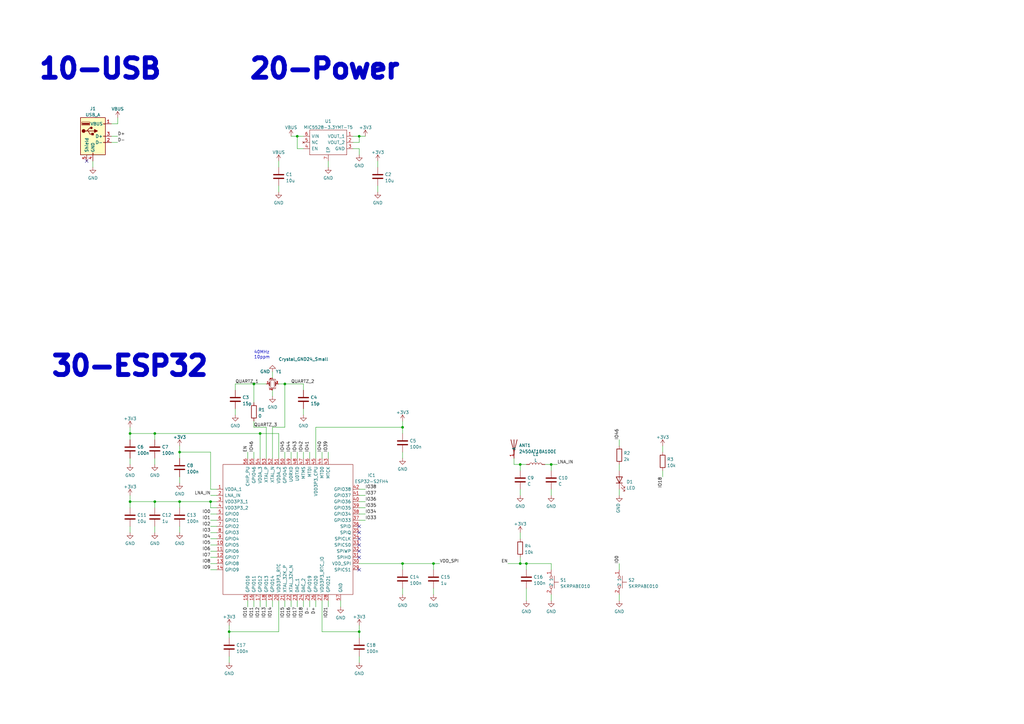
<source format=kicad_sch>
(kicad_sch (version 20211123) (generator eeschema)
  (paper "A3")
  (title_block (title "PMK_Dongle") (date "2023-01-19") (rev "HW00") (company "Puma Corp"))
  (lib_symbols
    (symbol "Component lib:2450AT18A100E" (pin_names (offset 0.762))
      (property "Reference" "ANT" (at 6.35 10.16 0))
      (property "Value" "2450AT18A100E" (at 6.35 7.62 0))
      (symbol "2450AT18A100E_0_1"
        (polyline (pts (xy 0 7.62) (xy 0 1.27)) (stroke (width 0.254)))
        (polyline (pts (xy 1.27 7.62) (xy 0 2.54) (xy -1.27 7.62)) (stroke (width 0.254)))
      )
      (symbol "2450AT18A100E_1_1"
        (pin input line (at 0 0 90) (length 2.54) (name "A") (number "1"))
      )
    )
    (symbol "Component lib:C" (pin_numbers hide) (pin_names (offset 0.254))
      (property "Reference" "C" (at 0.635 -1.27 0))
      (property "Value" "C" (at 0.635 -6.35 0))
      (symbol "C_0_1"
        (polyline (pts (xy -2.032 -4.572) (xy 2.032 -4.572)) (stroke (width 0.508)))
        (polyline (pts (xy -2.032 -3.048) (xy 2.032 -3.048)) (stroke (width 0.508)))
      )
      (symbol "C_1_1"
        (pin passive line (at 0 0 270) (length 2.794) (name "~") (number "1"))
        (pin passive line (at 0 -7.62 90) (length 2.794) (name "~") (number "2"))
      )
    )
    (symbol "Component lib:ESP32-S2FH4" (pin_names (offset 0.762))
      (property "Reference" "IC" (at 22.86 -12.7 0))
      (property "Value" "ESP32-S2FH4" (at 22.86 -15.24 0))
      (symbol "ESP32-S2FH4_0_0"
        (pin passive line (at 0 0 0) (length 2.54) (name "VDDA_1") (number "1"))
        (pin passive line (at 0 -22.86 0) (length 2.54) (name "GPIO5") (number "10"))
        (pin passive line (at 0 -25.4 0) (length 2.54) (name "GPIO6") (number "11"))
        (pin passive line (at 0 -27.94 0) (length 2.54) (name "GPIO7") (number "12"))
        (pin passive line (at 0 -30.48 0) (length 2.54) (name "GPIO8") (number "13"))
        (pin passive line (at 0 -33.02 0) (length 2.54) (name "GPIO9") (number "14"))
        (pin passive line (at 12.7 -45.72 90) (length 2.54) (name "GPIO10") (number "15"))
        (pin passive line (at 15.24 -45.72 90) (length 2.54) (name "GPIO11") (number "16"))
        (pin passive line (at 17.78 -45.72 90) (length 2.54) (name "GPIO12") (number "17"))
        (pin passive line (at 20.32 -45.72 90) (length 2.54) (name "GPIO13") (number "18"))
        (pin passive line (at 22.86 -45.72 90) (length 2.54) (name "GPIO14") (number "19"))
        (pin passive line (at 0 -2.54 0) (length 2.54) (name "LNA_IN") (number "2"))
        (pin passive line (at 25.4 -45.72 90) (length 2.54) (name "VDD3P3_RTC") (number "20"))
        (pin passive line (at 27.94 -45.72 90) (length 2.54) (name "XTAL_32K_P") (number "21"))
        (pin passive line (at 30.48 -45.72 90) (length 2.54) (name "XTAL_32K_N") (number "22"))
        (pin passive line (at 33.02 -45.72 90) (length 2.54) (name "DAC_1") (number "23"))
        (pin passive line (at 35.56 -45.72 90) (length 2.54) (name "DAC_2") (number "24"))
        (pin passive line (at 38.1 -45.72 90) (length 2.54) (name "GPIO19") (number "25"))
        (pin passive line (at 40.64 -45.72 90) (length 2.54) (name "GPIO20") (number "26"))
        (pin passive line (at 43.18 -45.72 90) (length 2.54) (name "VDD3P3_RTC_IO") (number "27"))
        (pin passive line (at 45.72 -45.72 90) (length 2.54) (name "GPIO21") (number "28"))
        (pin passive line (at 58.42 -33.02 180) (length 2.54) (name "SPICS1") (number "29"))
        (pin passive line (at 0 -5.08 0) (length 2.54) (name "VDD3P3_1") (number "3"))
        (pin passive line (at 58.42 -30.48 180) (length 2.54) (name "VDD_SPI") (number "30"))
        (pin passive line (at 58.42 -27.94 180) (length 2.54) (name "SPIHD") (number "31"))
        (pin passive line (at 58.42 -25.4 180) (length 2.54) (name "SPIWP") (number "32"))
        (pin passive line (at 58.42 -22.86 180) (length 2.54) (name "SPICS0") (number "33"))
        (pin passive line (at 58.42 -20.32 180) (length 2.54) (name "SPICLK") (number "34"))
        (pin passive line (at 58.42 -17.78 180) (length 2.54) (name "SPIQ") (number "35"))
        (pin passive line (at 58.42 -15.24 180) (length 2.54) (name "SPID") (number "36"))
        (pin passive line (at 58.42 -12.7 180) (length 2.54) (name "GPIO33") (number "37"))
        (pin passive line (at 58.42 -10.16 180) (length 2.54) (name "GPIO34") (number "38"))
        (pin passive line (at 58.42 -7.62 180) (length 2.54) (name "GPIO35") (number "39"))
        (pin passive line (at 0 -7.62 0) (length 2.54) (name "VDD3P3_2") (number "4"))
        (pin passive line (at 58.42 -5.08 180) (length 2.54) (name "GPIO36") (number "40"))
        (pin passive line (at 58.42 -2.54 180) (length 2.54) (name "GPIO37") (number "41"))
        (pin passive line (at 58.42 0 180) (length 2.54) (name "GPIO38") (number "42"))
        (pin passive line (at 45.72 12.7 270) (length 2.54) (name "MTCK") (number "43"))
        (pin passive line (at 43.18 12.7 270) (length 2.54) (name "MTD0") (number "44"))
        (pin passive line (at 40.64 12.7 270) (length 2.54) (name "VDD3P3_CPU") (number "45"))
        (pin passive line (at 38.1 12.7 270) (length 2.54) (name "MTDI") (number "46"))
        (pin passive line (at 35.56 12.7 270) (length 2.54) (name "MTMS") (number "47"))
        (pin passive line (at 33.02 12.7 270) (length 2.54) (name "U0TXD") (number "48"))
        (pin passive line (at 30.48 12.7 270) (length 2.54) (name "U0RXD") (number "49"))
        (pin passive line (at 0 -10.16 0) (length 2.54) (name "GPIO0") (number "5"))
        (pin passive line (at 27.94 12.7 270) (length 2.54) (name "GPIO45") (number "50"))
        (pin passive line (at 25.4 12.7 270) (length 2.54) (name "VDDA_2") (number "51"))
        (pin passive line (at 22.86 12.7 270) (length 2.54) (name "XTAL_N") (number "52"))
        (pin passive line (at 20.32 12.7 270) (length 2.54) (name "XTAL_P") (number "53"))
        (pin passive line (at 17.78 12.7 270) (length 2.54) (name "VDDA_3") (number "54"))
        (pin passive line (at 15.24 12.7 270) (length 2.54) (name "GPIO46") (number "55"))
        (pin passive line (at 12.7 12.7 270) (length 2.54) (name "CHIP_PU") (number "56"))
        (pin passive line (at 50.8 -45.72 90) (length 2.54) (name "GND") (number "57"))
        (pin passive line (at 0 -12.7 0) (length 2.54) (name "GPIO1") (number "6"))
        (pin passive line (at 0 -15.24 0) (length 2.54) (name "GPIO2") (number "7"))
        (pin passive line (at 0 -17.78 0) (length 2.54) (name "GPIO3") (number "8"))
        (pin passive line (at 0 -20.32 0) (length 2.54) (name "GPIO4") (number "9"))
      )
      (symbol "ESP32-S2FH4_0_1"
        (polyline (pts (xy 2.54 10.16) (xy 55.88 10.16) (xy 55.88 -43.18) (xy 2.54 -43.18) (xy 2.54 10.16)) (stroke (width 0.1524)))
      )
    )
    (symbol "Component lib:L" (pin_numbers hide) (pin_names (offset 1.016) hide)
      (property "Reference" "L" (at 3.81 -1.27 0))
      (property "Value" "L" (at 3.81 1.905 0))
      (symbol "L_0_1"
        (arc (start 2.54 0) (mid 1.905 0.635) (end 1.27 0))
        (arc (start 3.81 0) (mid 3.175 0.635) (end 2.54 0))
        (arc (start 5.08 0) (mid 4.445 0.635) (end 3.81 0))
        (arc (start 6.35 0) (mid 5.715 0.635) (end 5.08 0))
      )
      (symbol "L_1_1"
        (pin passive line (at 0 0 0) (length 1.27) (name "1") (number "1"))
        (pin passive line (at 7.62 0 180) (length 1.27) (name "2") (number "2"))
      )
    )
    (symbol "Component lib:LED" (pin_numbers hide) (pin_names (offset 1.016) hide)
      (property "Reference" "D" (at 3.81 2.54 0))
      (property "Value" "LED" (at 3.81 -2.54 0))
      (symbol "LED_0_1"
        (polyline (pts (xy 2.54 -1.27) (xy 2.54 1.27)) (stroke (width 0.254)))
        (polyline (pts (xy 2.54 0) (xy 5.08 0)))
        (polyline (pts (xy 5.08 -1.27) (xy 5.08 1.27) (xy 2.54 0) (xy 5.08 -1.27)) (stroke (width 0.254)))
        (polyline (pts (xy 0.762 -0.762) (xy -0.762 -2.286) (xy 0 -2.286) (xy -0.762 -2.286) (xy -0.762 -1.524)))
        (polyline (pts (xy 2.032 -0.762) (xy 0.508 -2.286) (xy 1.27 -2.286) (xy 0.508 -2.286) (xy 0.508 -1.524)))
      )
      (symbol "LED_1_1"
        (pin passive line (at 0 0 0) (length 2.54) (name "K") (number "1"))
        (pin passive line (at 7.62 0 180) (length 2.54) (name "A") (number "2"))
      )
    )
    (symbol "Component lib:MIC5528-3.3YMT-T5" (pin_names (offset 0.762))
      (property "Reference" "U" (at 2.54 5.08 0))
      (property "Value" "MIC5528-3.3YMT-T5" (at 12.7 5.08 0))
      (symbol "MIC5528-3.3YMT-T5_0_0"
        (pin passive line (at 20.32 0 180) (length 2.54) (name "VOUT_1") (number "1"))
        (pin passive line (at 20.32 -2.54 180) (length 2.54) (name "VOUT_2") (number "2"))
        (pin passive line (at 20.32 -5.08 180) (length 2.54) (name "GND") (number "3"))
        (pin passive line (at 0 -5.08 0) (length 2.54) (name "EN") (number "4"))
        (pin no_connect line (at 0 -2.54 0) (length 2.54) (name "NC") (number "5"))
        (pin passive line (at 0 0 0) (length 2.54) (name "VIN") (number "6"))
        (pin passive line (at 10.16 -10.16 90) (length 2.54) (name "EP") (number "7"))
      )
      (symbol "MIC5528-3.3YMT-T5_0_1"
        (rectangle (start 2.54 2.54) (end 17.78 -7.62) (stroke (width 0.1524)))
      )
    )
    (symbol "Component lib:R" (pin_numbers hide) (pin_names (offset 0))
      (property "Reference" "R" (at 2.032 -3.81 90))
      (property "Value" "R" (at 0 -3.81 90))
      (symbol "R_0_1"
        (rectangle (start -1.016 -6.35) (end 1.016 -1.27) (stroke (width 0.254)))
      )
      (symbol "R_1_1"
        (pin passive line (at 0 0 270) (length 1.27) (name "~") (number "1"))
        (pin passive line (at 0 -7.62 90) (length 1.27) (name "~") (number "2"))
      )
    )
    (symbol "Component lib:SKRPABE010" (pin_names (offset 0.762))
      (property "Reference" "S" (at 5.715 3.81 0))
      (property "Value" "SKRPABE010" (at 24.13 5.08 0))
      (symbol "SKRPABE010_0_1"
        (polyline (pts (xy 5.08 1.27) (xy 5.08 3.048)))
        (polyline (pts (xy 7.62 1.27) (xy 2.54 1.27)))
        (circle (center 3.048 0) (radius 0.508))
        (circle (center 7.112 0) (radius 0.508))
        (pin passive line (at 0 0 0) (length 2.54) (name "1") (number "1"))
        (pin passive line (at 10.16 0 180) (length 2.54) (name "2") (number "2"))
      )
    )
    (symbol "Connector:USB_A" (pin_names (offset 1.016))
      (property "Reference" "J" (at -5.08 11.43 0))
      (property "Value" "USB_A" (at -5.08 8.89 0))
      (symbol "USB_A_0_1"
        (rectangle (start -5.08 -7.62) (end 5.08 7.62) (stroke (width 0.254)) (fill (type background)))
        (circle (center -3.81 2.159) (radius 0.635) (stroke (width 0.254)) (fill (type outline)))
        (rectangle (start -1.524 4.826) (end -4.318 5.334) (fill (type outline)))
        (rectangle (start -1.27 4.572) (end -4.572 5.842))
        (circle (center -0.635 3.429) (radius 0.381) (stroke (width 0.254)) (fill (type outline)))
        (rectangle (start -0.127 -7.62) (end 0.127 -6.858))
        (polyline (pts (xy -3.175 2.159) (xy -2.54 2.159) (xy -1.27 3.429) (xy -0.635 3.429)) (stroke (width 0.254)))
        (polyline (pts (xy -2.54 2.159) (xy -1.905 2.159) (xy -1.27 0.889) (xy 0 0.889)) (stroke (width 0.254)))
        (polyline (pts (xy 0.635 2.794) (xy 0.635 1.524) (xy 1.905 2.159) (xy 0.635 2.794)) (stroke (width 0.254)) (fill (type outline)))
        (rectangle (start 0.254 1.27) (end -0.508 0.508) (stroke (width 0.254)) (fill (type outline)))
        (rectangle (start 5.08 -2.667) (end 4.318 -2.413))
        (rectangle (start 5.08 -0.127) (end 4.318 0.127))
        (rectangle (start 5.08 4.953) (end 4.318 5.207))
      )
      (symbol "USB_A_1_1"
        (polyline (pts (xy -1.905 2.159) (xy 0.635 2.159)) (stroke (width 0.254)))
        (pin power_in line (at 7.62 5.08 180) (length 2.54) (name "VBUS") (number "1"))
        (pin bidirectional line (at 7.62 -2.54 180) (length 2.54) (name "D-") (number "2"))
        (pin bidirectional line (at 7.62 0 180) (length 2.54) (name "D+") (number "3"))
        (pin power_in line (at 0 -10.16 90) (length 2.54) (name "GND") (number "4"))
        (pin passive line (at -2.54 -10.16 90) (length 2.54) (name "Shield") (number "5"))
      )
    )
    (symbol "Device:Crystal_GND24_Small" (pin_names (offset 1.016) hide)
      (property "Reference" "Y" (at 1.27 4.445 0))
      (property "Value" "Crystal_GND24_Small" (at 1.27 2.54 0))
      (symbol "Crystal_GND24_Small_0_1"
        (rectangle (start -0.762 -1.524) (end 0.762 1.524))
        (polyline (pts (xy -1.27 -0.762) (xy -1.27 0.762)) (stroke (width 0.381)))
        (polyline (pts (xy 1.27 -0.762) (xy 1.27 0.762)) (stroke (width 0.381)))
        (polyline (pts (xy -1.27 -1.27) (xy -1.27 -1.905) (xy 1.27 -1.905) (xy 1.27 -1.27)))
        (polyline (pts (xy -1.27 1.27) (xy -1.27 1.905) (xy 1.27 1.905) (xy 1.27 1.27)))
      )
      (symbol "Crystal_GND24_Small_1_1"
        (pin passive line (at -2.54 0 0) (length 1.27) (name "1") (number "1"))
        (pin passive line (at 0 -2.54 90) (length 0.635) (name "2") (number "2"))
        (pin passive line (at 2.54 0 180) (length 1.27) (name "3") (number "3"))
        (pin passive line (at 0 2.54 270) (length 0.635) (name "4") (number "4"))
      )
    )
    (symbol "power:+3V3" (power) (pin_names (offset 0))
      (property "Value" "+3V3" (at 0 3.556 0))
      (symbol "+3V3_0_1"
        (polyline (pts (xy -0.762 1.27) (xy 0 2.54)))
        (polyline (pts (xy 0 0) (xy 0 2.54)))
        (polyline (pts (xy 0 2.54) (xy 0.762 1.27)))
      )
      (symbol "+3V3_1_1"
        (pin power_in line (at 0 0 90) (length 0) hide (name "+3V3") (number "1"))
      )
    )
    (symbol "power:GND" (power) (pin_names (offset 0))
      (property "Value" "GND" (at 0 -3.81 0))
      (symbol "GND_0_1"
        (polyline (pts (xy 0 0) (xy 0 -1.27) (xy 1.27 -1.27) (xy 0 -2.54) (xy -1.27 -1.27) (xy 0 -1.27)))
      )
      (symbol "GND_1_1"
        (pin power_in line (at 0 0 270) (length 0) hide (name "GND") (number "1"))
      )
    )
    (symbol "power:VBUS" (power) (pin_names (offset 0))
      (property "Value" "VBUS" (at 0 3.81 0))
      (symbol "VBUS_0_1"
        (polyline (pts (xy -0.762 1.27) (xy 0 2.54)))
        (polyline (pts (xy 0 0) (xy 0 2.54)))
        (polyline (pts (xy 0 2.54) (xy 0.762 1.27)))
      )
      (symbol "VBUS_1_1"
        (pin power_in line (at 0 0 90) (length 0) hide (name "VBUS") (number "1"))
      )
    )
  )
  (junction (at 147.32 259.08))
  (junction (at 73.66 205.74))
  (junction (at 213.36 231.14))
  (junction (at 226.06 190.5))
  (junction (at 165.1 231.14))
  (junction (at 86.36 205.74))
  (junction (at 104.14 157.48))
  (junction (at 53.34 205.74))
  (junction (at 53.34 177.8))
  (junction (at 121.92 55.88))
  (junction (at 177.8 231.14))
  (junction (at 93.98 259.08))
  (junction (at 63.5 177.8))
  (junction (at 165.1 175.26))
  (junction (at 147.32 55.88))
  (junction (at 215.9 231.14))
  (junction (at 116.84 157.48))
  (junction (at 213.36 190.5))
  (junction (at 73.66 185.42))
  (junction (at 63.5 205.74))
  (junction (at 106.68 177.8))
  (no_connect (at 147.32 233.68))
  (no_connect (at 147.32 215.9))
  (no_connect (at 147.32 218.44))
  (no_connect (at 147.32 220.98))
  (no_connect (at 147.32 223.52))
  (no_connect (at 147.32 228.6))
  (no_connect (at 147.32 226.06))
  (no_connect (at 35.56 66.04))
  (wire (pts (xy 147.32 55.88) (xy 147.32 58.42)))
  (wire (pts (xy 111.76 246.38) (xy 111.76 248.92)))
  (wire (pts (xy 226.06 190.5) (xy 228.6 190.5)))
  (wire (pts (xy 226.06 231.14) (xy 226.06 233.68)))
  (wire (pts (xy 127 246.38) (xy 127 248.92)))
  (wire (pts (xy 116.84 157.48) (xy 124.46 157.48)))
  (wire (pts (xy 86.36 223.52) (xy 88.9 223.52)))
  (wire (pts (xy 213.36 200.66) (xy 213.36 203.2)))
  (wire (pts (xy 63.5 215.9) (xy 63.5 218.44)))
  (wire (pts (xy 86.36 203.2) (xy 88.9 203.2)))
  (wire (pts (xy 53.34 208.28) (xy 53.34 205.74)))
  (wire (pts (xy 215.9 231.14) (xy 215.9 233.68)))
  (wire (pts (xy 154.94 66.04) (xy 154.94 68.58)))
  (wire (pts (xy 254 190.5) (xy 254 193.04)))
  (wire (pts (xy 132.08 246.38) (xy 132.08 259.08)))
  (wire (pts (xy 124.46 246.38) (xy 124.46 248.92)))
  (wire (pts (xy 93.98 269.24) (xy 93.98 271.78)))
  (wire (pts (xy 208.28 231.14) (xy 213.36 231.14)))
  (wire (pts (xy 114.3 66.04) (xy 114.3 68.58)))
  (wire (pts (xy 147.32 256.54) (xy 147.32 259.08)))
  (wire (pts (xy 114.3 177.8) (xy 106.68 177.8)))
  (wire (pts (xy 104.14 157.48) (xy 109.22 157.48)))
  (wire (pts (xy 53.34 205.74) (xy 63.5 205.74)))
  (wire (pts (xy 177.8 231.14) (xy 180.34 231.14)))
  (wire (pts (xy 147.32 210.82) (xy 149.86 210.82)))
  (wire (pts (xy 210.82 190.5) (xy 213.36 190.5)))
  (wire (pts (xy 119.38 55.88) (xy 121.92 55.88)))
  (wire (pts (xy 86.36 200.66) (xy 88.9 200.66)))
  (wire (pts (xy 165.1 185.42) (xy 165.1 187.96)))
  (wire (pts (xy 111.76 160.02) (xy 111.76 162.56)))
  (wire (pts (xy 109.22 246.38) (xy 109.22 248.92)))
  (wire (pts (xy 165.1 172.72) (xy 165.1 175.26)))
  (wire (pts (xy 48.26 48.26) (xy 48.26 50.8)))
  (wire (pts (xy 271.78 182.88) (xy 271.78 185.42)))
  (wire (pts (xy 104.14 157.48) (xy 104.14 165.1)))
  (wire (pts (xy 53.34 177.8) (xy 63.5 177.8)))
  (wire (pts (xy 165.1 241.3) (xy 165.1 243.84)))
  (wire (pts (xy 213.36 193.04) (xy 213.36 190.5)))
  (wire (pts (xy 86.36 233.68) (xy 88.9 233.68)))
  (wire (pts (xy 63.5 187.96) (xy 63.5 190.5)))
  (wire (pts (xy 53.34 175.26) (xy 53.34 177.8)))
  (wire (pts (xy 63.5 177.8) (xy 63.5 180.34)))
  (wire (pts (xy 93.98 256.54) (xy 93.98 259.08)))
  (wire (pts (xy 101.6 246.38) (xy 101.6 248.92)))
  (wire (pts (xy 86.36 185.42) (xy 86.36 200.66)))
  (wire (pts (xy 124.46 157.48) (xy 124.46 160.02)))
  (wire (pts (xy 134.62 66.04) (xy 134.62 68.58)))
  (wire (pts (xy 254 231.14) (xy 254 233.68)))
  (wire (pts (xy 132.08 259.08) (xy 147.32 259.08)))
  (wire (pts (xy 104.14 172.72) (xy 104.14 175.26)))
  (wire (pts (xy 114.3 157.48) (xy 116.84 157.48)))
  (wire (pts (xy 147.32 203.2) (xy 149.86 203.2)))
  (wire (pts (xy 165.1 231.14) (xy 165.1 233.68)))
  (wire (pts (xy 86.36 220.98) (xy 88.9 220.98)))
  (wire (pts (xy 86.36 215.9) (xy 88.9 215.9)))
  (wire (pts (xy 147.32 205.74) (xy 149.86 205.74)))
  (wire (pts (xy 119.38 185.42) (xy 119.38 187.96)))
  (wire (pts (xy 226.06 200.66) (xy 226.06 203.2)))
  (wire (pts (xy 139.7 246.38) (xy 139.7 248.92)))
  (wire (pts (xy 104.14 246.38) (xy 104.14 248.92)))
  (wire (pts (xy 53.34 187.96) (xy 53.34 190.5)))
  (wire (pts (xy 134.62 185.42) (xy 134.62 187.96)))
  (wire (pts (xy 73.66 215.9) (xy 73.66 218.44)))
  (wire (pts (xy 86.36 218.44) (xy 88.9 218.44)))
  (wire (pts (xy 53.34 180.34) (xy 53.34 177.8)))
  (wire (pts (xy 114.3 187.96) (xy 114.3 177.8)))
  (wire (pts (xy 106.68 177.8) (xy 106.68 187.96)))
  (wire (pts (xy 213.36 218.44) (xy 213.36 220.98)))
  (wire (pts (xy 86.36 231.14) (xy 88.9 231.14)))
  (wire (pts (xy 254 180.34) (xy 254 182.88)))
  (wire (pts (xy 121.92 55.88) (xy 124.46 55.88)))
  (wire (pts (xy 213.36 190.5) (xy 215.9 190.5)))
  (wire (pts (xy 48.26 50.8) (xy 45.72 50.8)))
  (wire (pts (xy 73.66 195.58) (xy 73.66 198.12)))
  (wire (pts (xy 177.8 231.14) (xy 177.8 233.68)))
  (wire (pts (xy 144.78 55.88) (xy 147.32 55.88)))
  (wire (pts (xy 104.14 175.26) (xy 109.22 175.26)))
  (wire (pts (xy 86.36 210.82) (xy 88.9 210.82)))
  (wire (pts (xy 93.98 259.08) (xy 93.98 261.62)))
  (wire (pts (xy 215.9 231.14) (xy 226.06 231.14)))
  (wire (pts (xy 129.54 175.26) (xy 129.54 187.96)))
  (wire (pts (xy 73.66 182.88) (xy 73.66 185.42)))
  (wire (pts (xy 147.32 231.14) (xy 165.1 231.14)))
  (wire (pts (xy 116.84 185.42) (xy 116.84 187.96)))
  (wire (pts (xy 124.46 185.42) (xy 124.46 187.96)))
  (wire (pts (xy 73.66 208.28) (xy 73.66 205.74)))
  (wire (pts (xy 73.66 187.96) (xy 73.66 185.42)))
  (wire (pts (xy 86.36 228.6) (xy 88.9 228.6)))
  (wire (pts (xy 213.36 228.6) (xy 213.36 231.14)))
  (wire (pts (xy 154.94 76.2) (xy 154.94 78.74)))
  (wire (pts (xy 116.84 246.38) (xy 116.84 248.92)))
  (wire (pts (xy 254 243.84) (xy 254 246.38)))
  (wire (pts (xy 111.76 175.26) (xy 111.76 187.96)))
  (wire (pts (xy 121.92 185.42) (xy 121.92 187.96)))
  (wire (pts (xy 165.1 231.14) (xy 177.8 231.14)))
  (wire (pts (xy 215.9 231.14) (xy 213.36 231.14)))
  (wire (pts (xy 88.9 208.28) (xy 86.36 208.28)))
  (wire (pts (xy 104.14 185.42) (xy 104.14 187.96)))
  (wire (pts (xy 106.68 246.38) (xy 106.68 248.92)))
  (wire (pts (xy 73.66 185.42) (xy 86.36 185.42)))
  (wire (pts (xy 147.32 200.66) (xy 149.86 200.66)))
  (wire (pts (xy 63.5 205.74) (xy 73.66 205.74)))
  (wire (pts (xy 147.32 259.08) (xy 147.32 261.62)))
  (wire (pts (xy 116.84 175.26) (xy 111.76 175.26)))
  (wire (pts (xy 254 200.66) (xy 254 203.2)))
  (wire (pts (xy 111.76 152.4) (xy 111.76 154.94)))
  (wire (pts (xy 53.34 215.9) (xy 53.34 218.44)))
  (wire (pts (xy 121.92 60.96) (xy 121.92 55.88)))
  (wire (pts (xy 124.46 60.96) (xy 121.92 60.96)))
  (wire (pts (xy 45.72 58.42) (xy 48.26 58.42)))
  (wire (pts (xy 223.52 190.5) (xy 226.06 190.5)))
  (wire (pts (xy 124.46 167.64) (xy 124.46 170.18)))
  (wire (pts (xy 109.22 175.26) (xy 109.22 187.96)))
  (wire (pts (xy 132.08 185.42) (xy 132.08 187.96)))
  (wire (pts (xy 210.82 187.96) (xy 210.82 190.5)))
  (wire (pts (xy 86.36 226.06) (xy 88.9 226.06)))
  (wire (pts (xy 144.78 60.96) (xy 147.32 60.96)))
  (wire (pts (xy 147.32 269.24) (xy 147.32 271.78)))
  (wire (pts (xy 129.54 175.26) (xy 165.1 175.26)))
  (wire (pts (xy 96.52 157.48) (xy 104.14 157.48)))
  (wire (pts (xy 38.1 66.04) (xy 38.1 68.58)))
  (wire (pts (xy 86.36 213.36) (xy 88.9 213.36)))
  (wire (pts (xy 147.32 58.42) (xy 144.78 58.42)))
  (wire (pts (xy 45.72 55.88) (xy 48.26 55.88)))
  (wire (pts (xy 63.5 208.28) (xy 63.5 205.74)))
  (wire (pts (xy 177.8 241.3) (xy 177.8 243.84)))
  (wire (pts (xy 271.78 193.04) (xy 271.78 195.58)))
  (wire (pts (xy 114.3 259.08) (xy 114.3 246.38)))
  (wire (pts (xy 63.5 177.8) (xy 106.68 177.8)))
  (wire (pts (xy 96.52 167.64) (xy 96.52 170.18)))
  (wire (pts (xy 226.06 190.5) (xy 226.06 193.04)))
  (wire (pts (xy 121.92 246.38) (xy 121.92 248.92)))
  (wire (pts (xy 114.3 76.2) (xy 114.3 78.74)))
  (wire (pts (xy 215.9 241.3) (xy 215.9 246.38)))
  (wire (pts (xy 53.34 203.2) (xy 53.34 205.74)))
  (wire (pts (xy 96.52 160.02) (xy 96.52 157.48)))
  (wire (pts (xy 127 185.42) (xy 127 187.96)))
  (wire (pts (xy 149.86 213.36) (xy 147.32 213.36)))
  (wire (pts (xy 129.54 246.38) (xy 129.54 248.92)))
  (wire (pts (xy 86.36 205.74) (xy 88.9 205.74)))
  (wire (pts (xy 116.84 157.48) (xy 116.84 175.26)))
  (wire (pts (xy 86.36 208.28) (xy 86.36 205.74)))
  (wire (pts (xy 93.98 259.08) (xy 114.3 259.08)))
  (wire (pts (xy 147.32 208.28) (xy 149.86 208.28)))
  (wire (pts (xy 134.62 246.38) (xy 134.62 248.92)))
  (wire (pts (xy 101.6 185.42) (xy 101.6 187.96)))
  (wire (pts (xy 165.1 175.26) (xy 165.1 177.8)))
  (wire (pts (xy 147.32 60.96) (xy 147.32 63.5)))
  (wire (pts (xy 147.32 55.88) (xy 149.86 55.88)))
  (wire (pts (xy 226.06 243.84) (xy 226.06 246.38)))
  (wire (pts (xy 73.66 205.74) (xy 86.36 205.74)))
  (wire (pts (xy 119.38 246.38) (xy 119.38 248.92)))
  (text "10-USB" (at 15.24 33.02 0) (effects (font (size 8 8) (thickness 3) bold) (justify left bottom)))
  (text "30-ESP32" (at 20.32 154.94 0) (effects (font (size 8 8) (thickness 3) bold) (justify left bottom)))
  (text "40MHz \n10ppm" (at 104.14 147.32 0) (effects (font (size 1.27 1.27)) (justify left bottom)))
  (text "20-Power\n" (at 101.6 33.02 0) (effects (font (size 8 8) (thickness 3) bold) (justify left bottom)))
  (label "LNA_IN" (at 86.36 203.2 180))
  (label "IO14" (at 111.76 248.92 270))
  (label "IO39" (at 134.62 185.42 90))
  (label "D+" (at 48.26 55.88 0))
  (label "IO41" (at 127 185.42 90))
  (label "IO9" (at 86.36 233.68 180))
  (label "IO0" (at 86.36 210.82 180))
  (label "IO34" (at 149.86 210.82 0))
  (label "IO35" (at 149.86 208.28 0))
  (label "QUARTZ_3" (at 104.14 175.26 0))
  (label "IO42" (at 124.46 185.42 90))
  (label "IO16" (at 119.38 248.92 270))
  (label "QUARTZ_1" (at 96.52 157.48 0))
  (label "IO36" (at 149.86 205.74 0))
  (label "D-" (at 48.26 58.42 0))
  (label "IO44" (at 119.38 185.42 90))
  (label "IO33" (at 149.86 213.36 0))
  (label "IO0" (at 254 231.14 90))
  (label "IO5" (at 86.36 223.52 180))
  (label "IO45" (at 116.84 185.42 90))
  (label "IO46" (at 104.14 185.42 90))
  (label "VDD_SPI" (at 180.34 231.14 0))
  (label "IO43" (at 121.92 185.42 90))
  (label "IO8" (at 86.36 231.14 180))
  (label "IO4" (at 86.36 220.98 180))
  (label "IO37" (at 149.86 203.2 0))
  (label "IO12" (at 106.68 248.92 270))
  (label "D+" (at 129.54 248.92 270))
  (label "IO40" (at 132.08 185.42 90))
  (label "IO6" (at 86.36 226.06 180))
  (label "IO10" (at 101.6 248.92 270))
  (label "IO2" (at 86.36 215.9 180))
  (label "IO17" (at 121.92 248.92 270))
  (label "IO11" (at 104.14 248.92 270))
  (label "IO3" (at 86.36 218.44 180))
  (label "D-" (at 127 248.92 270))
  (label "LNA_IN" (at 228.6 190.5 0))
  (label "IO38" (at 149.86 200.66 0))
  (label "IO18" (at 271.78 195.58 270))
  (label "QUARTZ_2" (at 119.38 157.48 0))
  (label "EN" (at 208.28 231.14 180))
  (label "IO1" (at 86.36 213.36 180))
  (label "IO13" (at 109.22 248.92 270))
  (label "IO7" (at 86.36 228.6 180))
  (label "EN" (at 101.6 185.42 90))
  (label "IO46" (at 254 180.34 90))
  (label "IO21" (at 134.62 248.92 270))
  (label "IO18" (at 124.46 248.92 270))
  (label "IO15" (at 116.84 248.92 270))
  (symbol (lib_id "power:GND") (at 226.06 246.38 0) (unit 1)
    (property "Reference" "#PWR0103" (effects hide))
    (property "Value" "GND" (at 226.06 250.8234 0))
  )
  (symbol (lib_id "Component lib:C") (at 73.66 208.28 0) (unit 1)
    (property "Reference" "C13" (at 76.581 211.2553 0) (effects (justify left)))
    (property "Value" "100n" (at 76.581 213.7922 0) (effects (justify left)))
    (property "Footprint" "Capacitor_SMD:C_0402_1005Metric" (effects hide))
  )
  (symbol (lib_id "power:GND") (at 111.76 152.4 180) (unit 1)
    (property "Reference" "#PWR0120" (effects hide))
    (property "Value" "GND" (at 106.68 152.4 0) (effects (justify right)))
  )
  (symbol (lib_id "power:VBUS") (at 48.26 48.26 0) (unit 1)
    (property "Reference" "#PWR0137" (effects hide))
    (property "Value" "VBUS" (at 48.26 44.6842 0))
  )
  (symbol (lib_id "power:+3V3") (at 149.86 55.88 0) (unit 1)
    (property "Reference" "#PWR0135" (effects hide))
    (property "Value" "+3V3" (at 149.86 52.3042 0))
  )
  (symbol (lib_id "Component lib:C") (at 165.1 177.8 0) (unit 1)
    (property "Reference" "C5" (at 168.021 180.7753 0) (effects (justify left)))
    (property "Value" "100n" (at 168.021 183.3122 0) (effects (justify left)))
    (property "Footprint" "Capacitor_SMD:C_0402_1005Metric" (effects hide))
  )
  (symbol (lib_id "power:GND") (at 111.76 162.56 0) (unit 1)
    (property "Reference" "#PWR0127" (effects hide))
    (property "Value" "GND" (at 111.76 167.0034 0))
  )
  (symbol (lib_id "Component lib:C") (at 165.1 233.68 0) (unit 1)
    (property "Reference" "C14" (at 168.021 236.6553 0) (effects (justify left)))
    (property "Value" "100n" (at 168.021 239.1922 0) (effects (justify left)))
    (property "Footprint" "Capacitor_SMD:C_0402_1005Metric" (effects hide))
  )
  (symbol (lib_id "Component lib:SKRPABE010") (at 254 233.68 270) (unit 1)
    (property "Reference" "S2" (at 257.683 237.9253 90) (effects (justify left)))
    (property "Value" "SKRPABE010" (at 257.683 240.4622 90) (effects (justify left)))
    (property "Footprint" "Component_lib:SKRPABE010" (effects hide))
    (property "Datasheet" "https://datasheet.lcsc.com/szlcsc/ALPS-Electric-SKRPABE010_C115360.pdf" (effects hide))
    (property "Description" "Switch Tactile N.O. SPST Button J-Bend 0.05A 16VDC 1.57N SMD Automotive T/R" (effects hide))
    (property "Height" "2.5" (effects hide))
    (property "Mouser Part Number" "688-SKRPAB" (effects hide))
    (property "Mouser Price/Stock" "https://www.mouser.co.uk/ProductDetail/Alps-Alpine/SKRPABE010?qs=m0BA540hBPe1GpcSf%2FZ5Yw%3D%3D" (effects hide))
    (property "Manufacturer_Name" "ALPS Electric" (effects hide))
    (property "Manufacturer_Part_Number" "SKRPABE010" (effects hide))
  )
  (symbol (lib_id "power:VBUS") (at 119.38 55.88 0) (unit 1)
    (property "Reference" "#PWR0134" (effects hide))
    (property "Value" "VBUS" (at 119.38 52.3042 0))
  )
  (symbol (lib_id "power:GND") (at 165.1 187.96 0) (unit 1)
    (property "Reference" "#PWR0112" (effects hide))
    (property "Value" "GND" (at 165.1 192.4034 0))
  )
  (symbol (lib_id "power:GND") (at 139.7 248.92 0) (unit 1)
    (property "Reference" "#PWR0111" (effects hide))
    (property "Value" "GND" (at 139.7 253.3634 0))
  )
  (symbol (lib_id "power:+3V3") (at 271.78 182.88 0) (unit 1)
    (property "Reference" "#PWR0106" (effects hide))
    (property "Value" "+3V3" (at 271.78 179.3042 0))
  )
  (symbol (lib_id "Component lib:C") (at 226.06 193.04 0) (unit 1)
    (property "Reference" "C10" (at 228.981 196.0153 0) (effects (justify left)))
    (property "Value" "C" (at 228.981 198.5522 0) (effects (justify left)))
    (property "Footprint" "Capacitor_SMD:C_0201_0603Metric" (effects hide))
  )
  (symbol (lib_id "Component lib:C") (at 213.36 193.04 0) (unit 1)
    (property "Reference" "C9" (at 216.281 196.0153 0) (effects (justify left)))
    (property "Value" "C" (at 216.281 198.5522 0) (effects (justify left)))
    (property "Footprint" "Capacitor_SMD:C_0201_0603Metric" (effects hide))
  )
  (symbol (lib_id "power:GND") (at 53.34 190.5 0) (unit 1)
    (property "Reference" "#PWR0119" (effects hide))
    (property "Value" "GND" (at 53.34 194.9434 0))
  )
  (symbol (lib_id "Component lib:L") (at 215.9 190.5 0) (unit 1)
    (property "Reference" "L1" (at 219.71 186.2922 0))
    (property "Value" "L" (at 219.71 188.8291 0))
    (property "Footprint" "Inductor_SMD:L_0201_0603Metric" (effects hide))
  )
  (symbol (lib_id "power:+3V3") (at 53.34 203.2 0) (unit 1)
    (property "Reference" "#PWR0129" (effects hide))
    (property "Value" "+3V3" (at 53.34 199.6242 0))
  )
  (symbol (lib_id "power:GND") (at 63.5 190.5 0) (unit 1)
    (property "Reference" "#PWR0118" (effects hide))
    (property "Value" "GND" (at 63.5 194.9434 0))
  )
  (symbol (lib_id "Component lib:R") (at 213.36 220.98 0) (unit 1)
    (property "Reference" "R4" (at 215.138 223.9553 0) (effects (justify left)))
    (property "Value" "10k" (at 215.138 226.4922 0) (effects (justify left)))
    (property "Footprint" "Resistor_SMD:R_0402_1005Metric" (effects hide))
  )
  (symbol (lib_id "power:GND") (at 177.8 243.84 0) (unit 1)
    (property "Reference" "#PWR0113" (effects hide))
    (property "Value" "GND" (at 177.8 248.2834 0))
  )
  (symbol (lib_id "power:GND") (at 226.06 203.2 0) (unit 1)
    (property "Reference" "#PWR0101" (effects hide))
    (property "Value" "GND" (at 226.06 207.6434 0))
  )
  (symbol (lib_id "Component lib:C") (at 53.34 180.34 0) (unit 1)
    (property "Reference" "C6" (at 56.261 183.3153 0) (effects (justify left)))
    (property "Value" "100n" (at 56.261 185.8522 0) (effects (justify left)))
    (property "Footprint" "Capacitor_SMD:C_0402_1005Metric" (effects hide))
  )
  (symbol (lib_id "Component lib:R") (at 271.78 185.42 0) (unit 1)
    (property "Reference" "R3" (at 273.558 188.3953 0) (effects (justify left)))
    (property "Value" "10k" (at 273.558 190.9322 0) (effects (justify left)))
    (property "Footprint" "Resistor_SMD:R_0201_0603Metric" (effects hide))
  )
  (symbol (lib_id "Component lib:SKRPABE010") (at 226.06 233.68 270) (unit 1)
    (property "Reference" "S1" (at 229.743 237.9253 90) (effects (justify left)))
    (property "Value" "SKRPABE010" (at 229.743 240.4622 90) (effects (justify left)))
    (property "Footprint" "Component_lib:SKRPABE010" (effects hide))
    (property "Datasheet" "https://datasheet.lcsc.com/szlcsc/ALPS-Electric-SKRPABE010_C115360.pdf" (effects hide))
    (property "Description" "Switch Tactile N.O. SPST Button J-Bend 0.05A 16VDC 1.57N SMD Automotive T/R" (effects hide))
    (property "Height" "2.5" (effects hide))
    (property "Mouser Part Number" "688-SKRPAB" (effects hide))
    (property "Mouser Price/Stock" "https://www.mouser.co.uk/ProductDetail/Alps-Alpine/SKRPABE010?qs=m0BA540hBPe1GpcSf%2FZ5Yw%3D%3D" (effects hide))
    (property "Manufacturer_Name" "ALPS Electric" (effects hide))
    (property "Manufacturer_Part_Number" "SKRPABE010" (effects hide))
  )
  (symbol (lib_id "power:GND") (at 96.52 170.18 0) (unit 1)
    (property "Reference" "#PWR0126" (effects hide))
    (property "Value" "GND" (at 96.52 174.6234 0))
  )
  (symbol (lib_id "Component lib:C") (at 73.66 187.96 0) (unit 1)
    (property "Reference" "C8" (at 76.581 190.9353 0) (effects (justify left)))
    (property "Value" "100n" (at 76.581 193.4722 0) (effects (justify left)))
    (property "Footprint" "Capacitor_SMD:C_0402_1005Metric" (effects hide))
  )
  (symbol (lib_id "power:GND") (at 147.32 63.5 0) (unit 1)
    (property "Reference" "#PWR0139" (effects hide))
    (property "Value" "GND" (at 147.32 67.9434 0))
  )
  (symbol (lib_id "Component lib:C") (at 147.32 261.62 0) (unit 1)
    (property "Reference" "C18" (at 150.241 264.5953 0) (effects (justify left)))
    (property "Value" "100n" (at 150.241 267.1322 0) (effects (justify left)))
    (property "Footprint" "Capacitor_SMD:C_0402_1005Metric" (effects hide))
  )
  (symbol (lib_id "power:GND") (at 73.66 218.44 0) (unit 1)
    (property "Reference" "#PWR0131" (effects hide))
    (property "Value" "GND" (at 73.66 222.8834 0))
  )
  (symbol (lib_id "power:GND") (at 53.34 218.44 0) (unit 1)
    (property "Reference" "#PWR0133" (effects hide))
    (property "Value" "GND" (at 53.34 222.8834 0))
  )
  (symbol (lib_id "power:GND") (at 215.9 246.38 0) (unit 1)
    (property "Reference" "#PWR0102" (effects hide))
    (property "Value" "GND" (at 215.9 250.8234 0))
  )
  (symbol (lib_id "power:+3V3") (at 213.36 218.44 0) (unit 1)
    (property "Reference" "#PWR0115" (effects hide))
    (property "Value" "+3V3" (at 213.36 214.8642 0))
  )
  (symbol (lib_id "power:GND") (at 63.5 218.44 0) (unit 1)
    (property "Reference" "#PWR0132" (effects hide))
    (property "Value" "GND" (at 63.5 222.8834 0))
  )
  (symbol (lib_id "power:+3V3") (at 53.34 175.26 0) (unit 1)
    (property "Reference" "#PWR0121" (effects hide))
    (property "Value" "+3V3" (at 53.34 171.6842 0))
  )
  (symbol (lib_id "Component lib:MIC5528-3.3YMT-T5") (at 124.46 55.88 0) (unit 1)
    (property "Reference" "U1" (at 134.62 49.691 0))
    (property "Value" "MIC5528-3.3YMT-T5" (at 134.62 52.2279 0))
    (property "Footprint" "Component_lib:SON40P120X120X60-7N-D" (effects hide))
    (property "Datasheet" "https://www.mouser.ch/datasheet/2/268/MIC5528_High_Performance_500mA_LDO_in_Thin_and_Ext-1891284.pdf" (effects hide))
    (property "Description" "LDO Voltage Regulators Single, 500mA LDO w/ Auto Discharge & Internal Enable Pulldown" (effects hide))
    (property "Height" "0.6" (effects hide))
    (property "Mouser Part Number" "998-MIC5528-3.3YMTT5" (effects hide))
    (property "Mouser Price/Stock" "https://www.mouser.co.uk/ProductDetail/Microchip-Technology/MIC5528-33YMT-T5?qs=U6T8BxXiZAUrsVLummtswg%3D%3D" (effects hide))
    (property "Manufacturer_Name" "Microchip" (effects hide))
    (property "Manufacturer_Part_Number" "MIC5528-3.3YMT-T5" (effects hide))
  )
  (symbol (lib_id "Component lib:C") (at 177.8 233.68 0) (unit 1)
    (property "Reference" "C15" (at 180.721 236.6553 0) (effects (justify left)))
    (property "Value" "1u" (at 180.721 239.1922 0) (effects (justify left)))
    (property "Footprint" "Capacitor_SMD:C_0402_1005Metric" (effects hide))
  )
  (symbol (lib_id "power:+3V3") (at 147.32 256.54 0) (unit 1)
    (property "Reference" "#PWR0110" (effects hide))
    (property "Value" "+3V3" (at 147.32 252.9642 0))
  )
  (symbol (lib_id "Component lib:LED") (at 254 200.66 90) (unit 1)
    (property "Reference" "D1" (at 256.921 197.6028 90) (effects (justify right)))
    (property "Value" "LED" (at 256.921 200.1397 90) (effects (justify right)))
    (property "Footprint" "LED_SMD:LED_0402_1005Metric" (effects hide))
  )
  (symbol (lib_id "Component lib:C") (at 124.46 160.02 0) (unit 1)
    (property "Reference" "C4" (at 127.381 162.9953 0) (effects (justify left)))
    (property "Value" "15p" (at 127.381 165.5322 0) (effects (justify left)))
    (property "Footprint" "Capacitor_SMD:C_0201_0603Metric" (effects hide))
  )
  (symbol (lib_id "power:GND") (at 134.62 68.58 0) (unit 1)
    (property "Reference" "#PWR0136" (effects hide))
    (property "Value" "GND" (at 134.62 73.0234 0))
  )
  (symbol (lib_id "Component lib:R") (at 104.14 165.1 0) (unit 1)
    (property "Reference" "R1" (at 105.918 168.0753 0) (effects (justify left)))
    (property "Value" "0" (at 105.918 170.6122 0) (effects (justify left)))
    (property "Footprint" "Resistor_SMD:R_0201_0603Metric" (effects hide))
  )
  (symbol (lib_id "power:VBUS") (at 114.3 66.04 0) (unit 1)
    (property "Reference" "#PWR0123" (effects hide))
    (property "Value" "VBUS" (at 114.3 62.4642 0))
  )
  (symbol (lib_id "power:GND") (at 38.1 68.58 0) (unit 1)
    (property "Reference" "#PWR0122" (effects hide))
    (property "Value" "GND" (at 38.1 73.0234 0))
  )
  (symbol (lib_id "Component lib:2450AT18A100E") (at 210.82 187.96 0) (unit 1)
    (property "Reference" "ANT1" (at 212.852 182.6803 0) (effects (justify left)))
    (property "Value" "2450AT18A100E" (at 212.852 185.2172 0) (effects (justify left)))
    (property "Footprint" "Component_lib:ANTC3216X140N" (effects hide))
    (property "Datasheet" "https://www.johansontechnology.com/datasheets/2450AT18A100/2450AT18A100.pdf" (effects hide))
    (property "Description" "Antennas 2.45GHz ANTENNA" (effects hide))
    (property "Height" "1.4" (effects hide))
    (property "Mouser Part Number" "609-2450AT18A100E" (effects hide))
    (property "Mouser Price/Stock" "https://www.mouser.co.uk/ProductDetail/Johanson-Technology/2450AT18A100E?qs=yCnrNFeXz%252BjzOYKPg7LGCw%3D%3D" (effects hide))
    (property "Manufacturer_Name" "JOHANSON TECHNOLOGY" (effects hide))
    (property "Manufacturer_Part_Number" "2450AT18A100E" (effects hide))
  )
  (symbol (lib_id "power:GND") (at 254 203.2 0) (unit 1)
    (property "Reference" "#PWR0104" (effects hide))
    (property "Value" "GND" (at 253.5662 206.375 90) (effects (justify right)))
  )
  (symbol (lib_id "power:+3V3") (at 93.98 256.54 0) (unit 1)
    (property "Reference" "#PWR0109" (effects hide))
    (property "Value" "+3V3" (at 93.98 252.9642 0))
  )
  (symbol (lib_id "Component lib:C") (at 53.34 208.28 0) (unit 1)
    (property "Reference" "C11" (at 56.261 211.2553 0) (effects (justify left)))
    (property "Value" "10u" (at 56.261 213.7922 0) (effects (justify left)))
    (property "Footprint" "Capacitor_SMD:C_0603_1608Metric" (effects hide))
  )
  (symbol (lib_id "Component lib:ESP32-S2FH4") (at 88.9 200.66 0) (unit 1)
    (property "Reference" "IC1" (at 152.4044 194.9535 0))
    (property "Value" "ESP32-S2FH4" (at 152.4044 197.4904 0))
    (property "Footprint" "Component_lib:QFN40P700X700X90-57N-D" (effects hide))
    (property "Description" "ESP32-S2FH4" (effects hide))
    (property "Height" "0.9" (effects hide))
    (property "Mouser Part Number" "356-ESP32-S2FH4" (effects hide))
    (property "Mouser Price/Stock" "https://www.mouser.co.uk/ProductDetail/Espressif-Systems/ESP32-S2FH4?qs=DPoM0jnrROVef2vYCoSa1w%3D%3D" (effects hide))
    (property "Manufacturer_Name" "Espressif Systems" (effects hide))
    (property "Manufacturer_Part_Number" "ESP32-S2FH4" (effects hide))
  )
  (symbol (lib_id "Component lib:C") (at 96.52 160.02 0) (unit 1)
    (property "Reference" "C3" (at 99.441 162.9953 0) (effects (justify left)))
    (property "Value" "15p" (at 99.441 165.5322 0) (effects (justify left)))
    (property "Footprint" "Capacitor_SMD:C_0201_0603Metric" (effects hide))
  )
  (symbol (lib_id "power:GND") (at 114.3 78.74 0) (unit 1)
    (property "Reference" "#PWR0124" (effects hide))
    (property "Value" "GND" (at 114.3 83.1834 0))
  )
  (symbol (lib_id "Component lib:R") (at 254 182.88 0) (unit 1)
    (property "Reference" "R2" (at 255.778 185.8553 0) (effects (justify left)))
    (property "Value" "2k" (at 255.778 188.3922 0) (effects (justify left)))
    (property "Footprint" "Resistor_SMD:R_0402_1005Metric" (effects hide))
  )
  (symbol (lib_id "Component lib:C") (at 215.9 233.68 0) (unit 1)
    (property "Reference" "C16" (at 218.821 236.6553 0) (effects (justify left)))
    (property "Value" "100n" (at 218.821 239.1922 0) (effects (justify left)))
    (property "Footprint" "Capacitor_SMD:C_0402_1005Metric" (effects hide))
  )
  (symbol (lib_id "power:GND") (at 165.1 243.84 0) (unit 1)
    (property "Reference" "#PWR0114" (effects hide))
    (property "Value" "GND" (at 165.1 248.2834 0))
  )
  (symbol (lib_id "Component lib:C") (at 93.98 261.62 0) (unit 1)
    (property "Reference" "C17" (at 96.901 264.5953 0) (effects (justify left)))
    (property "Value" "100n" (at 96.901 267.1322 0) (effects (justify left)))
    (property "Footprint" "Capacitor_SMD:C_0402_1005Metric" (effects hide))
  )
  (symbol (lib_id "power:GND") (at 147.32 271.78 0) (unit 1)
    (property "Reference" "#PWR0108" (effects hide))
    (property "Value" "GND" (at 147.32 276.2234 0))
  )
  (symbol (lib_id "power:GND") (at 213.36 203.2 0) (unit 1)
    (property "Reference" "#PWR0116" (effects hide))
    (property "Value" "GND" (at 213.36 207.6434 0))
  )
  (symbol (lib_id "power:+3V3") (at 73.66 182.88 0) (unit 1)
    (property "Reference" "#PWR0117" (effects hide))
    (property "Value" "+3V3" (at 73.66 179.3042 0))
  )
  (symbol (lib_id "Device:Crystal_GND24_Small") (at 111.76 157.48 0) (unit 1)
    (property "Reference" "Y1" (at 114.3 152.4 0))
    (property "Value" "Crystal_GND24_Small" (at 124.46 147.32 0))
    (property "Footprint" "Component_lib:Crystal_SMD_2016-4Pin_2.0x1.6mm" (effects hide))
  )
  (symbol (lib_id "Component lib:C") (at 63.5 180.34 0) (unit 1)
    (property "Reference" "C7" (at 66.421 183.3153 0) (effects (justify left)))
    (property "Value" "100n" (at 66.421 185.8522 0) (effects (justify left)))
    (property "Footprint" "Capacitor_SMD:C_0402_1005Metric" (effects hide))
  )
  (symbol (lib_id "power:GND") (at 73.66 198.12 0) (unit 1)
    (property "Reference" "#PWR0130" (effects hide))
    (property "Value" "GND" (at 73.66 202.5634 0))
  )
  (symbol (lib_id "power:+3V3") (at 154.94 66.04 0) (unit 1)
    (property "Reference" "#PWR0140" (effects hide))
    (property "Value" "+3V3" (at 154.94 62.4642 0))
  )
  (symbol (lib_id "power:GND") (at 154.94 78.74 0) (unit 1)
    (property "Reference" "#PWR0138" (effects hide))
    (property "Value" "GND" (at 154.94 83.1834 0))
  )
  (symbol (lib_id "Component lib:C") (at 154.94 68.58 0) (unit 1)
    (property "Reference" "C2" (at 157.861 71.5553 0) (effects (justify left)))
    (property "Value" "10u" (at 157.861 74.0922 0) (effects (justify left)))
    (property "Footprint" "Capacitor_SMD:C_0603_1608Metric" (effects hide))
  )
  (symbol (lib_id "Component lib:C") (at 63.5 208.28 0) (unit 1)
    (property "Reference" "C12" (at 66.421 211.2553 0) (effects (justify left)))
    (property "Value" "1u" (at 66.421 213.7922 0) (effects (justify left)))
    (property "Footprint" "Capacitor_SMD:C_0402_1005Metric" (effects hide))
  )
  (symbol (lib_id "power:GND") (at 124.46 170.18 0) (unit 1)
    (property "Reference" "#PWR0128" (effects hide))
    (property "Value" "GND" (at 124.46 174.6234 0))
  )
  (symbol (lib_id "power:GND") (at 93.98 271.78 0) (unit 1)
    (property "Reference" "#PWR0107" (effects hide))
    (property "Value" "GND" (at 93.98 276.2234 0))
  )
  (symbol (lib_id "power:+3V3") (at 165.1 172.72 0) (unit 1)
    (property "Reference" "#PWR0125" (effects hide))
    (property "Value" "+3V3" (at 165.1 169.1442 0))
  )
  (symbol (lib_id "power:GND") (at 254 246.38 0) (unit 1)
    (property "Reference" "#PWR0105" (effects hide))
    (property "Value" "GND" (at 254 250.8234 0))
  )
  (symbol (lib_id "Component lib:C") (at 114.3 68.58 0) (unit 1)
    (property "Reference" "C1" (at 117.221 71.5553 0) (effects (justify left)))
    (property "Value" "10u" (at 117.221 74.0922 0) (effects (justify left)))
    (property "Footprint" "Capacitor_SMD:C_0603_1608Metric" (effects hide))
  )
  (symbol (lib_id "Connector:USB_A") (at 38.1 55.88 0) (unit 1)
    (property "Reference" "J1" (at 38.1 44.5602 0))
    (property "Value" "USB_A" (at 38.1 47.0971 0))
    (property "Footprint" "Component_lib:USB_PCB" (effects hide))
    (property "Datasheet" " ~" (effects hide))
  )
)
</source>
